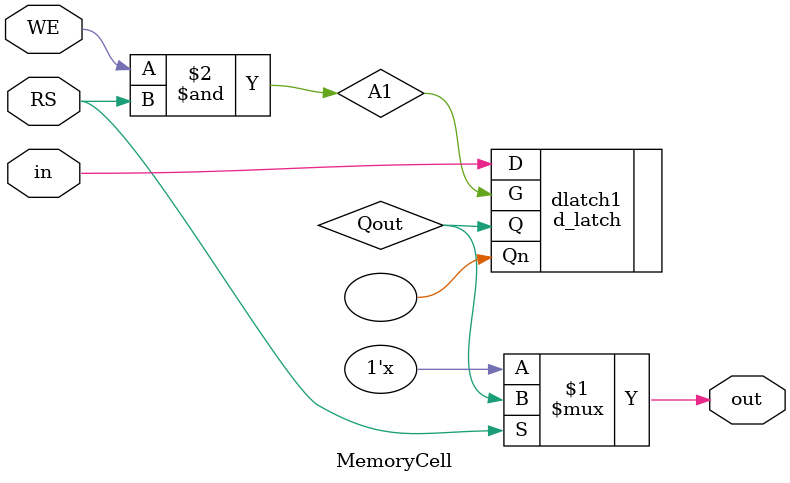
<source format=v>
module MemoryCell(out,in,WE,RS); //WE:Write Enable, RS:Row Select
	output out;
	input in,WE,RS;
	wire Qout,A1,In,WE,RS;
	wire out;
	bufif1 tristate1(out,Qout,RS); //Out,In,Control
	and and1(A1,WE,RS);
	d_latch dlatch1(.Q(Qout),.Qn(),.G(A1),.D(in));
endmodule

</source>
